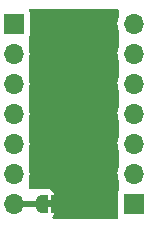
<source format=gbl>
G04 #@! TF.GenerationSoftware,KiCad,Pcbnew,(6.0.9)*
G04 #@! TF.CreationDate,2023-05-28T18:49:52+02:00*
G04 #@! TF.ProjectId,SOIC-SSOP-DIP adapter,534f4943-2d53-4534-9f50-2d4449502061,rev?*
G04 #@! TF.SameCoordinates,Original*
G04 #@! TF.FileFunction,Copper,L2,Bot*
G04 #@! TF.FilePolarity,Positive*
%FSLAX46Y46*%
G04 Gerber Fmt 4.6, Leading zero omitted, Abs format (unit mm)*
G04 Created by KiCad (PCBNEW (6.0.9)) date 2023-05-28 18:49:52*
%MOMM*%
%LPD*%
G01*
G04 APERTURE LIST*
G04 Aperture macros list*
%AMFreePoly0*
4,1,22,0.500000,-0.750000,0.000000,-0.750000,0.000000,-0.745033,-0.079941,-0.743568,-0.215256,-0.701293,-0.333266,-0.622738,-0.424486,-0.514219,-0.481581,-0.384460,-0.499164,-0.250000,-0.500000,-0.250000,-0.500000,0.250000,-0.499164,0.250000,-0.499963,0.256109,-0.478152,0.396186,-0.417904,0.524511,-0.324060,0.630769,-0.204165,0.706417,-0.067858,0.745374,0.000000,0.744959,0.000000,0.750000,
0.500000,0.750000,0.500000,-0.750000,0.500000,-0.750000,$1*%
%AMFreePoly1*
4,1,20,0.000000,0.744959,0.073905,0.744508,0.209726,0.703889,0.328688,0.626782,0.421226,0.519385,0.479903,0.390333,0.500000,0.250000,0.500000,-0.250000,0.499851,-0.262216,0.476331,-0.402017,0.414519,-0.529596,0.319384,-0.634700,0.198574,-0.708877,0.061801,-0.746166,0.000000,-0.745033,0.000000,-0.750000,-0.500000,-0.750000,-0.500000,0.750000,0.000000,0.750000,0.000000,0.744959,
0.000000,0.744959,$1*%
G04 Aperture macros list end*
G04 #@! TA.AperFunction,SMDPad,CuDef*
%ADD10FreePoly0,180.000000*%
G04 #@! TD*
G04 #@! TA.AperFunction,SMDPad,CuDef*
%ADD11FreePoly1,180.000000*%
G04 #@! TD*
G04 #@! TA.AperFunction,ComponentPad*
%ADD12R,1.700000X1.700000*%
G04 #@! TD*
G04 #@! TA.AperFunction,ComponentPad*
%ADD13O,1.700000X1.700000*%
G04 #@! TD*
G04 #@! TA.AperFunction,ViaPad*
%ADD14C,0.900000*%
G04 #@! TD*
G04 #@! TA.AperFunction,Conductor*
%ADD15C,0.500000*%
G04 #@! TD*
G04 APERTURE END LIST*
G36*
X69338000Y-96820000D02*
G01*
X68838000Y-96820000D01*
X68838000Y-96220000D01*
X69338000Y-96220000D01*
X69338000Y-96820000D01*
G37*
D10*
X69738000Y-96520000D03*
D11*
X68438000Y-96520000D03*
D12*
X66040000Y-81275000D03*
D13*
X66040000Y-83815000D03*
X66040000Y-86355000D03*
X66040000Y-88895000D03*
X66040000Y-91435000D03*
X66040000Y-93975000D03*
X66040000Y-96515000D03*
D12*
X76200000Y-96525000D03*
D13*
X76200000Y-93985000D03*
X76200000Y-91445000D03*
X76200000Y-88905000D03*
X76200000Y-86365000D03*
X76200000Y-83825000D03*
X76200000Y-81285000D03*
D14*
X68326000Y-83566000D03*
X68326000Y-82550000D03*
D15*
X68438000Y-96520000D02*
X66045000Y-96520000D01*
X66045000Y-96520000D02*
X66040000Y-96515000D01*
G04 #@! TA.AperFunction,Conductor*
G36*
X74872121Y-80030502D02*
G01*
X74918614Y-80084158D01*
X74930000Y-80136500D01*
X74930000Y-80767779D01*
X74922351Y-80810722D01*
X74920688Y-80814305D01*
X74860989Y-81029570D01*
X74837251Y-81251695D01*
X74850110Y-81474715D01*
X74851247Y-81479761D01*
X74851248Y-81479767D01*
X74872275Y-81573069D01*
X74899222Y-81692639D01*
X74901164Y-81697421D01*
X74901165Y-81697425D01*
X74920743Y-81745639D01*
X74930000Y-81793043D01*
X74930000Y-83307779D01*
X74922351Y-83350722D01*
X74920688Y-83354305D01*
X74860989Y-83569570D01*
X74837251Y-83791695D01*
X74837548Y-83796848D01*
X74837548Y-83796851D01*
X74843011Y-83891590D01*
X74850110Y-84014715D01*
X74851247Y-84019761D01*
X74851248Y-84019767D01*
X74870022Y-84103069D01*
X74899222Y-84232639D01*
X74901164Y-84237421D01*
X74901165Y-84237425D01*
X74920743Y-84285639D01*
X74930000Y-84333043D01*
X74930000Y-85847779D01*
X74922351Y-85890722D01*
X74920688Y-85894305D01*
X74860989Y-86109570D01*
X74837251Y-86331695D01*
X74837548Y-86336848D01*
X74837548Y-86336851D01*
X74843011Y-86431590D01*
X74850110Y-86554715D01*
X74851247Y-86559761D01*
X74851248Y-86559767D01*
X74870022Y-86643069D01*
X74899222Y-86772639D01*
X74901164Y-86777421D01*
X74901165Y-86777425D01*
X74920743Y-86825639D01*
X74930000Y-86873043D01*
X74930000Y-88387779D01*
X74922351Y-88430722D01*
X74920688Y-88434305D01*
X74860989Y-88649570D01*
X74837251Y-88871695D01*
X74837548Y-88876848D01*
X74837548Y-88876851D01*
X74843011Y-88971590D01*
X74850110Y-89094715D01*
X74851247Y-89099761D01*
X74851248Y-89099767D01*
X74870022Y-89183069D01*
X74899222Y-89312639D01*
X74901164Y-89317421D01*
X74901165Y-89317425D01*
X74920743Y-89365639D01*
X74930000Y-89413043D01*
X74930000Y-90927779D01*
X74922351Y-90970722D01*
X74920688Y-90974305D01*
X74860989Y-91189570D01*
X74837251Y-91411695D01*
X74837548Y-91416848D01*
X74837548Y-91416851D01*
X74843011Y-91511590D01*
X74850110Y-91634715D01*
X74851247Y-91639761D01*
X74851248Y-91639767D01*
X74870022Y-91723069D01*
X74899222Y-91852639D01*
X74901164Y-91857421D01*
X74901165Y-91857425D01*
X74920743Y-91905639D01*
X74930000Y-91953043D01*
X74930000Y-93467779D01*
X74922351Y-93510722D01*
X74920688Y-93514305D01*
X74860989Y-93729570D01*
X74837251Y-93951695D01*
X74837548Y-93956848D01*
X74837548Y-93956851D01*
X74843011Y-94051590D01*
X74850110Y-94174715D01*
X74851247Y-94179761D01*
X74851248Y-94179767D01*
X74870022Y-94263069D01*
X74899222Y-94392639D01*
X74901164Y-94397421D01*
X74901165Y-94397425D01*
X74920743Y-94445639D01*
X74930000Y-94493043D01*
X74930000Y-95345469D01*
X74909998Y-95413590D01*
X74904827Y-95421033D01*
X74904767Y-95421113D01*
X74904765Y-95421116D01*
X74899385Y-95428295D01*
X74848255Y-95564684D01*
X74841500Y-95626866D01*
X74841500Y-97423134D01*
X74848255Y-97485316D01*
X74851027Y-97492712D01*
X74851029Y-97492718D01*
X74898472Y-97619271D01*
X74903655Y-97690078D01*
X74869734Y-97752447D01*
X74807479Y-97786576D01*
X74780490Y-97789500D01*
X69436594Y-97789500D01*
X69368473Y-97769498D01*
X69321980Y-97715842D01*
X69311876Y-97645568D01*
X69341369Y-97580988D01*
X69364274Y-97554554D01*
X69370176Y-97547743D01*
X69430919Y-97414734D01*
X69451729Y-97270000D01*
X69451729Y-96808953D01*
X69451727Y-96808953D01*
X69451318Y-96805983D01*
X69452442Y-96714038D01*
X69452497Y-96709562D01*
X69451937Y-96705277D01*
X69451729Y-96698240D01*
X69451729Y-96308953D01*
X69451727Y-96308953D01*
X69451318Y-96305983D01*
X69451886Y-96259570D01*
X69452497Y-96209562D01*
X69451937Y-96205277D01*
X69451729Y-96198240D01*
X69451729Y-95770000D01*
X69446500Y-95696889D01*
X69405304Y-95556589D01*
X69366131Y-95495635D01*
X69331122Y-95441159D01*
X69331120Y-95441156D01*
X69326250Y-95433579D01*
X69319440Y-95427678D01*
X69222555Y-95343726D01*
X69222552Y-95343724D01*
X69215743Y-95337824D01*
X69144197Y-95305150D01*
X69111633Y-95276934D01*
X69111486Y-95277104D01*
X69088000Y-95256753D01*
X69088000Y-95250000D01*
X67436000Y-95250000D01*
X67367879Y-95229998D01*
X67321386Y-95176342D01*
X67310000Y-95124000D01*
X67310000Y-94487069D01*
X67315442Y-94450440D01*
X67370865Y-94268023D01*
X67370865Y-94268021D01*
X67372370Y-94263069D01*
X67401529Y-94041590D01*
X67403156Y-93975000D01*
X67384852Y-93752361D01*
X67330431Y-93535702D01*
X67320450Y-93512747D01*
X67310000Y-93462505D01*
X67310000Y-91947069D01*
X67315442Y-91910440D01*
X67370865Y-91728023D01*
X67370865Y-91728021D01*
X67372370Y-91723069D01*
X67401529Y-91501590D01*
X67403156Y-91435000D01*
X67384852Y-91212361D01*
X67330431Y-90995702D01*
X67320450Y-90972747D01*
X67310000Y-90922505D01*
X67310000Y-89407069D01*
X67315442Y-89370440D01*
X67370865Y-89188023D01*
X67370865Y-89188021D01*
X67372370Y-89183069D01*
X67401529Y-88961590D01*
X67403156Y-88895000D01*
X67384852Y-88672361D01*
X67330431Y-88455702D01*
X67320450Y-88432747D01*
X67310000Y-88382505D01*
X67310000Y-86867069D01*
X67315442Y-86830440D01*
X67370865Y-86648023D01*
X67370865Y-86648021D01*
X67372370Y-86643069D01*
X67401529Y-86421590D01*
X67403156Y-86355000D01*
X67384852Y-86132361D01*
X67330431Y-85915702D01*
X67320450Y-85892747D01*
X67310000Y-85842505D01*
X67310000Y-84327069D01*
X67315442Y-84290440D01*
X67370865Y-84108023D01*
X67370865Y-84108021D01*
X67372370Y-84103069D01*
X67401529Y-83881590D01*
X67403156Y-83815000D01*
X67384852Y-83592361D01*
X67330431Y-83375702D01*
X67320450Y-83352747D01*
X67310000Y-83302505D01*
X67310000Y-82454531D01*
X67330002Y-82386410D01*
X67335173Y-82378967D01*
X67335233Y-82378887D01*
X67335235Y-82378884D01*
X67340615Y-82371705D01*
X67391745Y-82235316D01*
X67398500Y-82173134D01*
X67398500Y-80376866D01*
X67391745Y-80314684D01*
X67388973Y-80307288D01*
X67388971Y-80307282D01*
X67341528Y-80180729D01*
X67336345Y-80109922D01*
X67370266Y-80047553D01*
X67432521Y-80013424D01*
X67459510Y-80010500D01*
X74804000Y-80010500D01*
X74872121Y-80030502D01*
G37*
G04 #@! TD.AperFunction*
M02*

</source>
